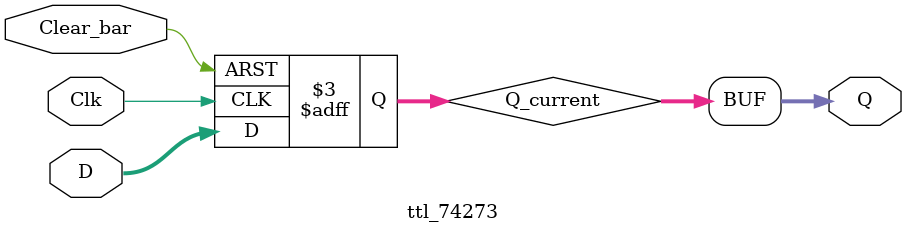
<source format=v>

module ttl_74273 #(parameter WIDTH = 8, DELAY_RISE = 0, DELAY_FALL = 0)
(
  input Clear_bar,
  input [WIDTH-1:0] D,
  input Clk,
  output [WIDTH-1:0] Q
);

//------------------------------------------------//
reg [WIDTH-1:0] Q_current;

always @(posedge Clk or negedge Clear_bar)
begin
  if (!Clear_bar)
    Q_current <= {WIDTH{1'b0}};
  else
    Q_current <= D;
end
//------------------------------------------------//

assign #(DELAY_RISE, DELAY_FALL) Q = Q_current;

endmodule

</source>
